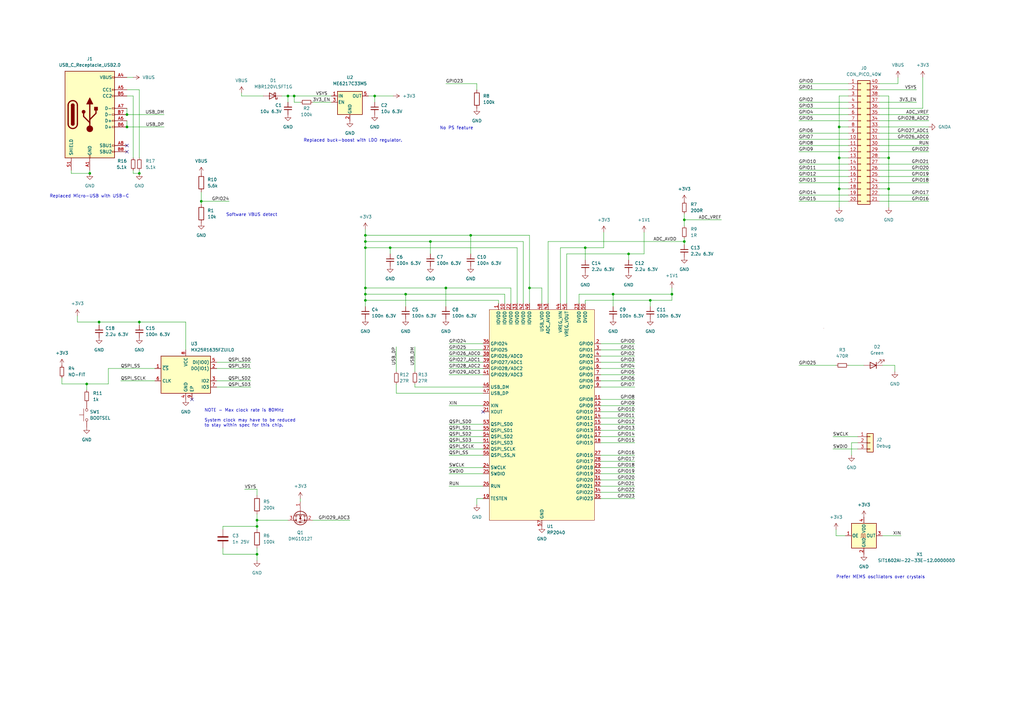
<source format=kicad_sch>
(kicad_sch (version 20211123) (generator eeschema)
  (paper "A3")
  (lib_symbols
    (symbol "Connector:USB_C_Receptacle_USB2.0" (pin_names (offset 1.016))
      (property "Reference" "J" (at -10.16 19.05 0))
      (property "Value" "USB_C_Receptacle_USB2.0" (at 19.05 19.05 0))
      (symbol "USB_C_Receptacle_USB2.0_1_1"
        (pin passive line (at 0 -22.86 90) (length 5.08) (name "GND") (number "A1"))
        (pin passive line (at 0 -22.86 90) (length 5.08) hide (name "GND") (number "A12"))
        (pin passive line (at 15.24 15.24 180) (length 5.08) (name "VBUS") (number "A4"))
        (pin bidirectional line (at 15.24 10.16 180) (length 5.08) (name "CC1") (number "A5"))
        (pin bidirectional line (at 15.24 -2.54 180) (length 5.08) (name "D+") (number "A6"))
        (pin bidirectional line (at 15.24 2.54 180) (length 5.08) (name "D-") (number "A7"))
        (pin bidirectional line (at 15.24 -12.7 180) (length 5.08) (name "SBU1") (number "A8"))
        (pin passive line (at 15.24 15.24 180) (length 5.08) hide (name "VBUS") (number "A9"))
        (pin passive line (at 0 -22.86 90) (length 5.08) hide (name "GND") (number "B1"))
        (pin passive line (at 0 -22.86 90) (length 5.08) hide (name "GND") (number "B12"))
        (pin passive line (at 15.24 15.24 180) (length 5.08) hide (name "VBUS") (number "B4"))
        (pin bidirectional line (at 15.24 7.62 180) (length 5.08) (name "CC2") (number "B5"))
        (pin bidirectional line (at 15.24 -5.08 180) (length 5.08) (name "D+") (number "B6"))
        (pin bidirectional line (at 15.24 0 180) (length 5.08) (name "D-") (number "B7"))
        (pin bidirectional line (at 15.24 -15.24 180) (length 5.08) (name "SBU2") (number "B8"))
        (pin passive line (at 15.24 15.24 180) (length 5.08) hide (name "VBUS") (number "B9"))
        (pin passive line (at -7.62 -22.86 90) (length 5.08) (name "SHIELD") (number "S1"))
      )
    )
    (symbol "Connector_Generic:Conn_01x03" (pin_names (offset 1.016) hide)
      (property "Reference" "J" (at 0 5.08 0))
      (property "Value" "Conn_01x03" (at 0 -5.08 0))
      (symbol "Conn_01x03_1_1"
        (pin passive line (at -5.08 2.54 0) (length 3.81) (name "Pin_1") (number "1"))
        (pin passive line (at -5.08 0 0) (length 3.81) (name "Pin_2") (number "2"))
        (pin passive line (at -5.08 -2.54 0) (length 3.81) (name "Pin_3") (number "3"))
      )
    )
    (symbol "Connector_Generic:Conn_02x20_Counter_Clockwise" (pin_names (offset 1.016) hide)
      (property "Reference" "J" (at 1.27 25.4 0))
      (property "Value" "Conn_02x20_Counter_Clockwise" (at 1.27 -27.94 0))
      (symbol "Conn_02x20_Counter_Clockwise_1_1"
        (pin passive line (at -5.08 22.86 0) (length 3.81) (name "Pin_1") (number "1"))
        (pin passive line (at -5.08 0 0) (length 3.81) (name "Pin_10") (number "10"))
        (pin passive line (at -5.08 -2.54 0) (length 3.81) (name "Pin_11") (number "11"))
        (pin passive line (at -5.08 -5.08 0) (length 3.81) (name "Pin_12") (number "12"))
        (pin passive line (at -5.08 -7.62 0) (length 3.81) (name "Pin_13") (number "13"))
        (pin passive line (at -5.08 -10.16 0) (length 3.81) (name "Pin_14") (number "14"))
        (pin passive line (at -5.08 -12.7 0) (length 3.81) (name "Pin_15") (number "15"))
        (pin passive line (at -5.08 -15.24 0) (length 3.81) (name "Pin_16") (number "16"))
        (pin passive line (at -5.08 -17.78 0) (length 3.81) (name "Pin_17") (number "17"))
        (pin passive line (at -5.08 -20.32 0) (length 3.81) (name "Pin_18") (number "18"))
        (pin passive line (at -5.08 -22.86 0) (length 3.81) (name "Pin_19") (number "19"))
        (pin passive line (at -5.08 20.32 0) (length 3.81) (name "Pin_2") (number "2"))
        (pin passive line (at -5.08 -25.4 0) (length 3.81) (name "Pin_20") (number "20"))
        (pin passive line (at 7.62 -25.4 180) (length 3.81) (name "Pin_21") (number "21"))
        (pin passive line (at 7.62 -22.86 180) (length 3.81) (name "Pin_22") (number "22"))
        (pin passive line (at 7.62 -20.32 180) (length 3.81) (name "Pin_23") (number "23"))
        (pin passive line (at 7.62 -17.78 180) (length 3.81) (name "Pin_24") (number "24"))
        (pin passive line (at 7.62 -15.24 180) (length 3.81) (name "Pin_25") (number "25"))
        (pin passive line (at 7.62 -12.7 180) (length 3.81) (name "Pin_26") (number "26"))
        (pin passive line (at 7.62 -10.16 180) (length 3.81) (name "Pin_27") (number "27"))
        (pin passive line (at 7.62 -7.62 180) (length 3.81) (name "Pin_28") (number "28"))
        (pin passive line (at 7.62 -5.08 180) (length 3.81) (name "Pin_29") (number "29"))
        (pin passive line (at -5.08 17.78 0) (length 3.81) (name "Pin_3") (number "3"))
        (pin passive line (at 7.62 -2.54 180) (length 3.81) (name "Pin_30") (number "30"))
        (pin passive line (at 7.62 0 180) (length 3.81) (name "Pin_31") (number "31"))
        (pin passive line (at 7.62 2.54 180) (length 3.81) (name "Pin_32") (number "32"))
        (pin passive line (at 7.62 5.08 180) (length 3.81) (name "Pin_33") (number "33"))
        (pin passive line (at 7.62 7.62 180) (length 3.81) (name "Pin_34") (number "34"))
        (pin passive line (at 7.62 10.16 180) (length 3.81) (name "Pin_35") (number "35"))
        (pin passive line (at 7.62 12.7 180) (length 3.81) (name "Pin_36") (number "36"))
        (pin passive line (at 7.62 15.24 180) (length 3.81) (name "Pin_37") (number "37"))
        (pin passive line (at 7.62 17.78 180) (length 3.81) (name "Pin_38") (number "38"))
        (pin passive line (at 7.62 20.32 180) (length 3.81) (name "Pin_39") (number "39"))
        (pin passive line (at -5.08 15.24 0) (length 3.81) (name "Pin_4") (number "4"))
        (pin passive line (at 7.62 22.86 180) (length 3.81) (name "Pin_40") (number "40"))
        (pin passive line (at -5.08 12.7 0) (length 3.81) (name "Pin_5") (number "5"))
        (pin passive line (at -5.08 10.16 0) (length 3.81) (name "Pin_6") (number "6"))
        (pin passive line (at -5.08 7.62 0) (length 3.81) (name "Pin_7") (number "7"))
        (pin passive line (at -5.08 5.08 0) (length 3.81) (name "Pin_8") (number "8"))
        (pin passive line (at -5.08 2.54 0) (length 3.81) (name "Pin_9") (number "9"))
      )
    )
    (symbol "Device:C" (pin_numbers hide) (pin_names (offset 0.254))
      (property "Reference" "C" (at 0.635 2.54 0))
      (property "Value" "C" (at 0.635 -2.54 0))
      (symbol "C_1_1"
        (pin passive line (at 0 3.81 270) (length 2.794) (name "~") (number "1"))
        (pin passive line (at 0 -3.81 90) (length 2.794) (name "~") (number "2"))
      )
    )
    (symbol "Device:C_Small" (pin_numbers hide) (pin_names (offset 0.254) hide)
      (property "Reference" "C" (at 0.254 1.778 0))
      (property "Value" "C_Small" (at 0.254 -2.032 0))
      (symbol "C_Small_1_1"
        (pin passive line (at 0 2.54 270) (length 2.032) (name "~") (number "1"))
        (pin passive line (at 0 -2.54 90) (length 2.032) (name "~") (number "2"))
      )
    )
    (symbol "Device:D_Schottky" (pin_numbers hide) (pin_names (offset 1.016) hide)
      (property "Reference" "D" (at 0 2.54 0))
      (property "Value" "D_Schottky" (at 0 -2.54 0))
      (symbol "D_Schottky_1_1"
        (pin passive line (at -3.81 0 0) (length 2.54) (name "K") (number "1"))
        (pin passive line (at 3.81 0 180) (length 2.54) (name "A") (number "2"))
      )
    )
    (symbol "Device:LED" (pin_numbers hide) (pin_names (offset 1.016) hide)
      (property "Reference" "D" (at 0 2.54 0))
      (property "Value" "LED" (at 0 -2.54 0))
      (symbol "LED_1_1"
        (pin passive line (at -3.81 0 0) (length 2.54) (name "K") (number "1"))
        (pin passive line (at 3.81 0 180) (length 2.54) (name "A") (number "2"))
      )
    )
    (symbol "Device:Q_NMOS_GSD" (pin_names (offset 0) hide)
      (property "Reference" "Q" (at 5.08 1.27 0))
      (property "Value" "Q_NMOS_GSD" (at 5.08 -1.27 0))
      (symbol "Q_NMOS_GSD_1_1"
        (pin input line (at -5.08 0 0) (length 2.54) (name "G") (number "1"))
        (pin passive line (at 2.54 -5.08 90) (length 2.54) (name "S") (number "2"))
        (pin passive line (at 2.54 5.08 270) (length 2.54) (name "D") (number "3"))
      )
    )
    (symbol "Device:R" (pin_numbers hide) (pin_names (offset 0))
      (property "Reference" "R" (at 2.032 0 90))
      (property "Value" "R" (at 0 0 90))
      (symbol "R_1_1"
        (pin passive line (at 0 3.81 270) (length 1.27) (name "~") (number "1"))
        (pin passive line (at 0 -3.81 90) (length 1.27) (name "~") (number "2"))
      )
    )
    (symbol "Device:R_Small" (pin_numbers hide) (pin_names (offset 0.254) hide)
      (property "Reference" "R" (at 0.762 0.508 0))
      (property "Value" "R_Small" (at 0.762 -1.016 0))
      (symbol "R_Small_1_1"
        (pin passive line (at 0 2.54 270) (length 0.762) (name "~") (number "1"))
        (pin passive line (at 0 -2.54 90) (length 0.762) (name "~") (number "2"))
      )
    )
    (symbol "Memory_Flash:W25Q32JVZP"
      (property "Reference" "U" (at -8.89 8.89 0))
      (property "Value" "W25Q32JVZP" (at 7.62 8.89 0))
      (symbol "W25Q32JVZP_1_1"
        (pin input line (at -12.7 2.54 0) (length 2.54) (name "~{CS}") (number "1"))
        (pin bidirectional line (at 12.7 2.54 180) (length 2.54) (name "DO(IO1)") (number "2"))
        (pin bidirectional line (at 12.7 -2.54 180) (length 2.54) (name "IO2") (number "3"))
        (pin power_in line (at 0 -10.16 90) (length 2.54) (name "GND") (number "4"))
        (pin bidirectional line (at 12.7 5.08 180) (length 2.54) (name "DI(IO0)") (number "5"))
        (pin input line (at -12.7 -2.54 0) (length 2.54) (name "CLK") (number "6"))
        (pin bidirectional line (at 12.7 -5.08 180) (length 2.54) (name "IO3") (number "7"))
        (pin power_in line (at 0 10.16 270) (length 2.54) (name "VCC") (number "8"))
        (pin passive line (at 2.54 -10.16 90) (length 2.54) (name "EP") (number "9"))
      )
    )
    (symbol "Switch:SW_Push" (pin_numbers hide) (pin_names (offset 1.016) hide)
      (property "Reference" "SW" (at 1.27 2.54 0))
      (property "Value" "SW_Push" (at 0 -1.524 0))
      (symbol "SW_Push_0_1"
        (pin passive line (at -5.08 0 0) (length 2.54) (name "1") (number "1"))
        (pin passive line (at 5.08 0 180) (length 2.54) (name "2") (number "2"))
      )
    )
    (symbol "agausmann:ME6217C33M5" (pin_names (offset 0.254))
      (property "Reference" "U" (at -3.81 5.715 0))
      (property "Value" "ME6217C33M5" (at 0 5.715 0))
      (symbol "ME6217C33M5_1_1"
        (pin power_in line (at -7.62 2.54 0) (length 2.54) (name "IN") (number "1"))
        (pin power_in line (at 0 -7.62 90) (length 2.54) (name "GND") (number "2"))
        (pin input line (at -7.62 0 0) (length 2.54) (name "EN") (number "3"))
        (pin no_connect line (at 5.08 0 180) (length 2.54) hide (name "NC") (number "4"))
        (pin power_out line (at 7.62 2.54 180) (length 2.54) (name "OUT") (number "5"))
      )
    )
    (symbol "agausmann:RP2040"
      (property "Reference" "U" (at -29.21 39.37 0))
      (property "Value" "RP2040" (at -29.21 36.83 0))
      (symbol "RP2040_1_1"
        (pin power_in line (at -17.78 45.72 270) (length 2.54) (name "IOVDD") (number "1"))
        (pin power_in line (at -15.24 45.72 270) (length 2.54) (name "IOVDD") (number "10"))
        (pin passive line (at 24.13 6.35 180) (length 2.54) (name "GPIO8") (number "11"))
        (pin passive line (at 24.13 3.81 180) (length 2.54) (name "GPIO9") (number "12"))
        (pin passive line (at 24.13 1.27 180) (length 2.54) (name "GPIO10") (number "13"))
        (pin passive line (at 24.13 -1.27 180) (length 2.54) (name "GPIO11") (number "14"))
        (pin passive line (at 24.13 -3.81 180) (length 2.54) (name "GPIO12") (number "15"))
        (pin passive line (at 24.13 -6.35 180) (length 2.54) (name "GPIO13") (number "16"))
        (pin passive line (at 24.13 -8.89 180) (length 2.54) (name "GPIO14") (number "17"))
        (pin passive line (at 24.13 -11.43 180) (length 2.54) (name "GPIO15") (number "18"))
        (pin passive line (at -24.13 -34.29 0) (length 2.54) (name "TESTEN") (number "19"))
        (pin passive line (at 24.13 29.21 180) (length 2.54) (name "GPIO0") (number "2"))
        (pin passive line (at -24.13 3.81 0) (length 2.54) (name "XIN") (number "20"))
        (pin passive line (at -24.13 1.27 0) (length 2.54) (name "XOUT") (number "21"))
        (pin power_in line (at -12.7 45.72 270) (length 2.54) (name "IOVDD") (number "22"))
        (pin power_in line (at 15.24 45.72 270) (length 2.54) (name "DVDD") (number "23"))
        (pin passive line (at -24.13 -21.59 0) (length 2.54) (name "SWCLK") (number "24"))
        (pin passive line (at -24.13 -24.13 0) (length 2.54) (name "SWDIO") (number "25"))
        (pin passive line (at -24.13 -29.21 0) (length 2.54) (name "RUN") (number "26"))
        (pin passive line (at 24.13 -16.51 180) (length 2.54) (name "GPIO16") (number "27"))
        (pin passive line (at 24.13 -19.05 180) (length 2.54) (name "GPIO17") (number "28"))
        (pin passive line (at 24.13 -21.59 180) (length 2.54) (name "GPIO18") (number "29"))
        (pin passive line (at 24.13 26.67 180) (length 2.54) (name "GPIO1") (number "3"))
        (pin passive line (at 24.13 -24.13 180) (length 2.54) (name "GPIO19") (number "30"))
        (pin passive line (at 24.13 -26.67 180) (length 2.54) (name "GPIO20") (number "31"))
        (pin passive line (at 24.13 -29.21 180) (length 2.54) (name "GPIO21") (number "32"))
        (pin passive line (at -10.16 45.72 270) (length 2.54) (name "IOVDD") (number "33"))
        (pin passive line (at 24.13 -31.75 180) (length 2.54) (name "GPIO22") (number "34"))
        (pin passive line (at 24.13 -34.29 180) (length 2.54) (name "GPIO23") (number "35"))
        (pin passive line (at -24.13 29.21 0) (length 2.54) (name "GPIO24") (number "36"))
        (pin passive line (at -24.13 26.67 0) (length 2.54) (name "GPIO25") (number "37"))
        (pin passive line (at -24.13 24.13 0) (length 2.54) (name "GPIO26/ADC0") (number "38"))
        (pin passive line (at -24.13 21.59 0) (length 2.54) (name "GPIO27/ADC1") (number "39"))
        (pin passive line (at 24.13 24.13 180) (length 2.54) (name "GPIO2") (number "4"))
        (pin passive line (at -24.13 19.05 0) (length 2.54) (name "GPIO28/ADC2") (number "40"))
        (pin passive line (at -24.13 16.51 0) (length 2.54) (name "GPIO29/ADC3") (number "41"))
        (pin power_in line (at -7.62 45.72 270) (length 2.54) (name "IOVDD") (number "42"))
        (pin power_in line (at 2.54 45.72 270) (length 2.54) (name "ADC_AVDD") (number "43"))
        (pin power_in line (at 7.62 45.72 270) (length 2.54) (name "VREG_VIN") (number "44"))
        (pin power_out line (at 10.16 45.72 270) (length 2.54) (name "VREG_VOUT") (number "45"))
        (pin passive line (at -24.13 11.43 0) (length 2.54) (name "USB_DM") (number "46"))
        (pin passive line (at -24.13 8.89 0) (length 2.54) (name "USB_DP") (number "47"))
        (pin power_in line (at 0 45.72 270) (length 2.54) (name "USB_VDD") (number "48"))
        (pin power_in line (at -5.08 45.72 270) (length 2.54) (name "IOVDD") (number "49"))
        (pin passive line (at 24.13 21.59 180) (length 2.54) (name "GPIO3") (number "5"))
        (pin power_in line (at 17.78 45.72 270) (length 2.54) (name "DVDD") (number "50"))
        (pin passive line (at -24.13 -11.43 0) (length 2.54) (name "QSPI_SD3") (number "51"))
        (pin passive line (at -24.13 -13.97 0) (length 2.54) (name "QSPI_SCLK") (number "52"))
        (pin passive line (at -24.13 -3.81 0) (length 2.54) (name "QSPI_SD0") (number "53"))
        (pin passive line (at -24.13 -8.89 0) (length 2.54) (name "QSPI_SD2") (number "54"))
        (pin passive line (at -24.13 -6.35 0) (length 2.54) (name "QSPI_SD1") (number "55"))
        (pin passive line (at -24.13 -16.51 0) (length 2.54) (name "QSPI_SS_N") (number "56"))
        (pin power_in line (at 0 -45.72 90) (length 2.54) (name "GND") (number "57"))
        (pin passive line (at 24.13 19.05 180) (length 2.54) (name "GPIO4") (number "6"))
        (pin passive line (at 24.13 16.51 180) (length 2.54) (name "GPIO5") (number "7"))
        (pin passive line (at 24.13 13.97 180) (length 2.54) (name "GPIO6") (number "8"))
        (pin passive line (at 24.13 11.43 180) (length 2.54) (name "GPIO7") (number "9"))
      )
    )
    (symbol "agausmann:SIT1602" (pin_names (offset 0.254))
      (property "Reference" "X" (at -5.08 6.35 0))
      (property "Value" "SIT1602" (at 1.27 -6.35 0))
      (symbol "SIT1602_1_1"
        (pin input line (at -7.62 0 0) (length 2.54) (name "OE") (number "1"))
        (pin power_in line (at 0 -7.62 90) (length 2.54) (name "GND") (number "2"))
        (pin output line (at 7.62 0 180) (length 2.54) (name "OUT") (number "3"))
        (pin power_in line (at 0 7.62 270) (length 2.54) (name "VDD") (number "4"))
      )
    )
    (symbol "power:+1V1" (power) (pin_names (offset 0))
      (property "Value" "+1V1" (at 0 3.556 0))
      (symbol "+1V1_1_1"
        (pin power_in line (at 0 0 90) (length 0) hide (name "+1V1") (number "1"))
      )
    )
    (symbol "power:+3V3" (power) (pin_names (offset 0))
      (property "Value" "+3V3" (at 0 3.556 0))
      (symbol "+3V3_1_1"
        (pin power_in line (at 0 0 90) (length 0) hide (name "+3V3") (number "1"))
      )
    )
    (symbol "power:GND" (power) (pin_names (offset 0))
      (property "Value" "GND" (at 0 -3.81 0))
      (symbol "GND_1_1"
        (pin power_in line (at 0 0 270) (length 0) hide (name "GND") (number "1"))
      )
    )
    (symbol "power:GNDA" (power) (pin_names (offset 0))
      (property "Value" "GNDA" (at 0 -3.81 0))
      (symbol "GNDA_1_1"
        (pin power_in line (at 0 0 270) (length 0) hide (name "GNDA") (number "1"))
      )
    )
    (symbol "power:VBUS" (power) (pin_names (offset 0))
      (property "Value" "VBUS" (at 0 3.81 0))
      (symbol "VBUS_1_1"
        (pin power_in line (at 0 0 90) (length 0) hide (name "VBUS") (number "1"))
      )
    )
  )
  (junction (at 118.11 39.37))
  (junction (at 266.7 123.19))
  (junction (at 176.53 99.06))
  (junction (at 217.17 118.11))
  (junction (at 149.86 120.65))
  (junction (at 160.02 101.6))
  (junction (at 82.55 82.55))
  (junction (at 364.49 64.77))
  (junction (at 193.04 96.52))
  (junction (at 105.41 227.33))
  (junction (at 52.07 52.07))
  (junction (at 149.86 118.11))
  (junction (at 105.41 215.9))
  (junction (at 251.46 120.65))
  (junction (at 166.37 120.65))
  (junction (at 182.88 118.11))
  (junction (at 153.67 39.37))
  (junction (at 120.65 39.37))
  (junction (at 105.41 213.36))
  (junction (at 40.64 132.08))
  (junction (at 344.17 77.47))
  (junction (at 149.86 123.19))
  (junction (at 364.49 77.47))
  (junction (at 36.83 71.12))
  (junction (at 275.59 120.65))
  (junction (at 52.07 46.99))
  (junction (at 35.56 157.48))
  (junction (at 149.86 96.52))
  (junction (at 149.86 99.06))
  (junction (at 344.17 52.07))
  (junction (at 57.15 71.12))
  (junction (at 344.17 64.77))
  (junction (at 57.15 132.08))
  (junction (at 280.67 90.17))
  (junction (at 149.86 101.6))
  (junction (at 240.03 101.6))
  (junction (at 257.81 104.14))
  (junction (at 280.67 99.06))
  (no_connect (at 198.12 168.91))
  (no_connect (at 78.74 163.83))
  (no_connect (at 52.07 59.69))
  (no_connect (at 52.07 62.23))
  (wire (pts (xy 149.86 123.19) (xy 149.86 120.65)))
  (wire (pts (xy 198.12 204.47) (xy 195.58 204.47)))
  (wire (pts (xy 360.68 69.85) (xy 381 69.85)))
  (wire (pts (xy 327.66 59.69) (xy 347.98 59.69)))
  (wire (pts (xy 49.53 156.21) (xy 63.5 156.21)))
  (wire (pts (xy 184.15 173.99) (xy 198.12 173.99)))
  (wire (pts (xy 246.38 143.51) (xy 260.35 143.51)))
  (wire (pts (xy 246.38 186.69) (xy 260.35 186.69)))
  (wire (pts (xy 76.2 132.08) (xy 76.2 143.51)))
  (wire (pts (xy 25.4 157.48) (xy 35.56 157.48)))
  (wire (pts (xy 35.56 157.48) (xy 35.56 160.02)))
  (wire (pts (xy 31.75 132.08) (xy 40.64 132.08)))
  (wire (pts (xy 170.18 142.24) (xy 170.18 152.4)))
  (wire (pts (xy 327.66 72.39) (xy 347.98 72.39)))
  (wire (pts (xy 184.15 179.07) (xy 198.12 179.07)))
  (wire (pts (xy 149.86 101.6) (xy 149.86 99.06)))
  (wire (pts (xy 44.45 157.48) (xy 35.56 157.48)))
  (wire (pts (xy 123.19 204.47) (xy 123.19 205.74)))
  (wire (pts (xy 240.03 101.6) (xy 240.03 106.68)))
  (wire (pts (xy 275.59 120.65) (xy 275.59 123.19)))
  (wire (pts (xy 327.66 41.91) (xy 347.98 41.91)))
  (wire (pts (xy 149.86 120.65) (xy 166.37 120.65)))
  (wire (pts (xy 347.98 39.37) (xy 344.17 39.37)))
  (wire (pts (xy 105.41 217.17) (xy 105.41 215.9)))
  (wire (pts (xy 229.87 101.6) (xy 240.03 101.6)))
  (wire (pts (xy 327.66 67.31) (xy 347.98 67.31)))
  (wire (pts (xy 327.66 82.55) (xy 347.98 82.55)))
  (wire (pts (xy 280.67 90.17) (xy 295.91 90.17)))
  (wire (pts (xy 344.17 64.77) (xy 344.17 77.47)))
  (wire (pts (xy 327.66 44.45) (xy 347.98 44.45)))
  (wire (pts (xy 368.3 34.29) (xy 368.3 31.75)))
  (wire (pts (xy 184.15 146.05) (xy 198.12 146.05)))
  (wire (pts (xy 176.53 99.06) (xy 214.63 99.06)))
  (wire (pts (xy 52.07 44.45) (xy 52.07 46.99)))
  (wire (pts (xy 327.66 80.01) (xy 347.98 80.01)))
  (wire (pts (xy 214.63 99.06) (xy 214.63 124.46)))
  (wire (pts (xy 88.9 156.21) (xy 102.87 156.21)))
  (wire (pts (xy 149.86 120.65) (xy 149.86 118.11)))
  (wire (pts (xy 246.38 173.99) (xy 260.35 173.99)))
  (wire (pts (xy 44.45 151.13) (xy 44.45 157.48)))
  (wire (pts (xy 364.49 64.77) (xy 364.49 77.47)))
  (wire (pts (xy 57.15 36.83) (xy 57.15 64.77)))
  (wire (pts (xy 229.87 101.6) (xy 229.87 124.46)))
  (wire (pts (xy 280.67 99.06) (xy 280.67 100.33)))
  (wire (pts (xy 360.68 67.31) (xy 381 67.31)))
  (wire (pts (xy 52.07 49.53) (xy 52.07 52.07)))
  (wire (pts (xy 246.38 179.07) (xy 260.35 179.07)))
  (wire (pts (xy 360.68 34.29) (xy 368.3 34.29)))
  (wire (pts (xy 344.17 39.37) (xy 344.17 52.07)))
  (wire (pts (xy 105.41 224.79) (xy 105.41 227.33)))
  (wire (pts (xy 266.7 123.19) (xy 275.59 123.19)))
  (wire (pts (xy 364.49 39.37) (xy 364.49 64.77)))
  (wire (pts (xy 378.46 44.45) (xy 378.46 31.75)))
  (wire (pts (xy 91.44 224.79) (xy 91.44 227.33)))
  (wire (pts (xy 184.15 186.69) (xy 198.12 186.69)))
  (wire (pts (xy 275.59 118.11) (xy 275.59 120.65)))
  (wire (pts (xy 184.15 153.67) (xy 198.12 153.67)))
  (wire (pts (xy 360.68 57.15) (xy 381 57.15)))
  (wire (pts (xy 52.07 46.99) (xy 67.31 46.99)))
  (wire (pts (xy 40.64 132.08) (xy 57.15 132.08)))
  (wire (pts (xy 118.11 39.37) (xy 118.11 41.91)))
  (wire (pts (xy 36.83 69.85) (xy 36.83 71.12)))
  (wire (pts (xy 91.44 227.33) (xy 105.41 227.33)))
  (wire (pts (xy 264.16 95.25) (xy 264.16 104.14)))
  (wire (pts (xy 153.67 39.37) (xy 161.29 39.37)))
  (wire (pts (xy 246.38 191.77) (xy 260.35 191.77)))
  (wire (pts (xy 118.11 39.37) (xy 120.65 39.37)))
  (wire (pts (xy 40.64 132.08) (xy 40.64 133.35)))
  (wire (pts (xy 257.81 104.14) (xy 264.16 104.14)))
  (wire (pts (xy 105.41 227.33) (xy 105.41 229.87)))
  (wire (pts (xy 360.68 64.77) (xy 364.49 64.77)))
  (wire (pts (xy 184.15 191.77) (xy 198.12 191.77)))
  (wire (pts (xy 240.03 124.46) (xy 240.03 123.19)))
  (wire (pts (xy 360.68 80.01) (xy 381 80.01)))
  (wire (pts (xy 82.55 82.55) (xy 93.98 82.55)))
  (wire (pts (xy 184.15 199.39) (xy 198.12 199.39)))
  (wire (pts (xy 184.15 148.59) (xy 198.12 148.59)))
  (wire (pts (xy 327.66 149.86) (xy 342.9 149.86)))
  (wire (pts (xy 52.07 31.75) (xy 54.61 31.75)))
  (wire (pts (xy 240.03 101.6) (xy 247.65 101.6)))
  (wire (pts (xy 128.27 213.36) (xy 143.51 213.36)))
  (wire (pts (xy 166.37 120.65) (xy 207.01 120.65)))
  (wire (pts (xy 82.55 82.55) (xy 82.55 83.82)))
  (wire (pts (xy 212.09 101.6) (xy 212.09 124.46)))
  (wire (pts (xy 149.86 118.11) (xy 149.86 101.6)))
  (wire (pts (xy 99.06 38.1) (xy 99.06 39.37)))
  (wire (pts (xy 44.45 151.13) (xy 63.5 151.13)))
  (wire (pts (xy 195.58 204.47) (xy 195.58 207.01)))
  (wire (pts (xy 246.38 151.13) (xy 260.35 151.13)))
  (wire (pts (xy 222.25 118.11) (xy 217.17 118.11)))
  (wire (pts (xy 246.38 181.61) (xy 260.35 181.61)))
  (wire (pts (xy 251.46 120.65) (xy 251.46 125.73)))
  (wire (pts (xy 246.38 168.91) (xy 260.35 168.91)))
  (wire (pts (xy 193.04 96.52) (xy 217.17 96.52)))
  (wire (pts (xy 162.56 161.29) (xy 198.12 161.29)))
  (wire (pts (xy 360.68 44.45) (xy 378.46 44.45)))
  (wire (pts (xy 29.21 71.12) (xy 36.83 71.12)))
  (wire (pts (xy 342.9 219.71) (xy 346.71 219.71)))
  (wire (pts (xy 153.67 39.37) (xy 153.67 41.91)))
  (wire (pts (xy 246.38 166.37) (xy 260.35 166.37)))
  (wire (pts (xy 91.44 215.9) (xy 91.44 217.17)))
  (wire (pts (xy 162.56 142.24) (xy 162.56 152.4)))
  (wire (pts (xy 184.15 181.61) (xy 198.12 181.61)))
  (wire (pts (xy 82.55 78.74) (xy 82.55 82.55)))
  (wire (pts (xy 246.38 156.21) (xy 260.35 156.21)))
  (wire (pts (xy 149.86 123.19) (xy 204.47 123.19)))
  (wire (pts (xy 251.46 120.65) (xy 275.59 120.65)))
  (wire (pts (xy 360.68 41.91) (xy 375.92 41.91)))
  (wire (pts (xy 100.33 200.66) (xy 105.41 200.66)))
  (wire (pts (xy 162.56 161.29) (xy 162.56 157.48)))
  (wire (pts (xy 149.86 118.11) (xy 182.88 118.11)))
  (wire (pts (xy 246.38 140.97) (xy 260.35 140.97)))
  (wire (pts (xy 88.9 158.75) (xy 102.87 158.75)))
  (wire (pts (xy 361.95 149.86) (xy 367.03 149.86)))
  (wire (pts (xy 209.55 118.11) (xy 209.55 124.46)))
  (wire (pts (xy 246.38 163.83) (xy 260.35 163.83)))
  (wire (pts (xy 149.86 96.52) (xy 193.04 96.52)))
  (wire (pts (xy 52.07 36.83) (xy 57.15 36.83)))
  (wire (pts (xy 184.15 140.97) (xy 198.12 140.97)))
  (wire (pts (xy 280.67 97.79) (xy 280.67 99.06)))
  (wire (pts (xy 327.66 57.15) (xy 347.98 57.15)))
  (wire (pts (xy 149.86 99.06) (xy 149.86 96.52)))
  (wire (pts (xy 240.03 123.19) (xy 266.7 123.19)))
  (wire (pts (xy 52.07 52.07) (xy 67.31 52.07)))
  (wire (pts (xy 57.15 69.85) (xy 57.15 71.12)))
  (wire (pts (xy 344.17 77.47) (xy 347.98 77.47)))
  (wire (pts (xy 361.95 219.71) (xy 369.57 219.71)))
  (wire (pts (xy 367.03 149.86) (xy 367.03 152.4)))
  (wire (pts (xy 184.15 184.15) (xy 198.12 184.15)))
  (wire (pts (xy 54.61 69.85) (xy 54.61 71.12)))
  (wire (pts (xy 105.41 213.36) (xy 118.11 213.36)))
  (wire (pts (xy 54.61 39.37) (xy 54.61 64.77)))
  (wire (pts (xy 99.06 39.37) (xy 107.95 39.37)))
  (wire (pts (xy 25.4 157.48) (xy 25.4 154.94)))
  (wire (pts (xy 344.17 77.47) (xy 344.17 85.09)))
  (wire (pts (xy 246.38 194.31) (xy 260.35 194.31)))
  (wire (pts (xy 344.17 64.77) (xy 347.98 64.77)))
  (wire (pts (xy 29.21 69.85) (xy 29.21 71.12)))
  (wire (pts (xy 160.02 101.6) (xy 212.09 101.6)))
  (wire (pts (xy 182.88 118.11) (xy 182.88 125.73)))
  (wire (pts (xy 217.17 118.11) (xy 217.17 124.46)))
  (wire (pts (xy 57.15 132.08) (xy 57.15 133.35)))
  (wire (pts (xy 184.15 194.31) (xy 198.12 194.31)))
  (wire (pts (xy 232.41 104.14) (xy 232.41 124.46)))
  (wire (pts (xy 327.66 74.93) (xy 347.98 74.93)))
  (wire (pts (xy 160.02 101.6) (xy 160.02 104.14)))
  (wire (pts (xy 166.37 120.65) (xy 166.37 125.73)))
  (wire (pts (xy 344.17 52.07) (xy 347.98 52.07)))
  (wire (pts (xy 115.57 39.37) (xy 118.11 39.37)))
  (wire (pts (xy 341.63 184.15) (xy 351.79 184.15)))
  (wire (pts (xy 360.68 72.39) (xy 381 72.39)))
  (wire (pts (xy 247.65 95.25) (xy 247.65 101.6)))
  (wire (pts (xy 327.66 46.99) (xy 347.98 46.99)))
  (wire (pts (xy 88.9 148.59) (xy 102.87 148.59)))
  (wire (pts (xy 327.66 49.53) (xy 347.98 49.53)))
  (wire (pts (xy 105.41 200.66) (xy 105.41 203.2)))
  (wire (pts (xy 344.17 52.07) (xy 344.17 64.77)))
  (wire (pts (xy 246.38 176.53) (xy 260.35 176.53)))
  (wire (pts (xy 151.13 39.37) (xy 153.67 39.37)))
  (wire (pts (xy 170.18 157.48) (xy 170.18 158.75)))
  (wire (pts (xy 360.68 74.93) (xy 381 74.93)))
  (wire (pts (xy 360.68 36.83) (xy 375.92 36.83)))
  (wire (pts (xy 246.38 204.47) (xy 260.35 204.47)))
  (wire (pts (xy 105.41 210.82) (xy 105.41 213.36)))
  (wire (pts (xy 170.18 158.75) (xy 198.12 158.75)))
  (wire (pts (xy 204.47 124.46) (xy 204.47 123.19)))
  (wire (pts (xy 182.88 118.11) (xy 209.55 118.11)))
  (wire (pts (xy 246.38 199.39) (xy 260.35 199.39)))
  (wire (pts (xy 237.49 124.46) (xy 237.49 120.65)))
  (wire (pts (xy 217.17 96.52) (xy 217.17 118.11)))
  (wire (pts (xy 182.88 34.29) (xy 195.58 34.29)))
  (wire (pts (xy 360.68 62.23) (xy 381 62.23)))
  (wire (pts (xy 360.68 82.55) (xy 381 82.55)))
  (wire (pts (xy 246.38 201.93) (xy 260.35 201.93)))
  (wire (pts (xy 31.75 129.54) (xy 31.75 132.08)))
  (wire (pts (xy 246.38 171.45) (xy 260.35 171.45)))
  (wire (pts (xy 105.41 215.9) (xy 105.41 213.36)))
  (wire (pts (xy 224.79 99.06) (xy 224.79 124.46)))
  (wire (pts (xy 364.49 77.47) (xy 364.49 85.09)))
  (wire (pts (xy 195.58 36.83) (xy 195.58 34.29)))
  (wire (pts (xy 360.68 77.47) (xy 364.49 77.47)))
  (wire (pts (xy 149.86 93.98) (xy 149.86 96.52)))
  (wire (pts (xy 193.04 96.52) (xy 193.04 104.14)))
  (wire (pts (xy 120.65 39.37) (xy 135.89 39.37)))
  (wire (pts (xy 184.15 143.51) (xy 198.12 143.51)))
  (wire (pts (xy 327.66 34.29) (xy 347.98 34.29)))
  (wire (pts (xy 246.38 158.75) (xy 260.35 158.75)))
  (wire (pts (xy 237.49 120.65) (xy 251.46 120.65)))
  (wire (pts (xy 246.38 148.59) (xy 260.35 148.59)))
  (wire (pts (xy 327.66 69.85) (xy 347.98 69.85)))
  (wire (pts (xy 232.41 104.14) (xy 257.81 104.14)))
  (wire (pts (xy 184.15 166.37) (xy 198.12 166.37)))
  (wire (pts (xy 128.27 41.91) (xy 135.89 41.91)))
  (wire (pts (xy 246.38 196.85) (xy 260.35 196.85)))
  (wire (pts (xy 257.81 104.14) (xy 257.81 106.68)))
  (wire (pts (xy 184.15 176.53) (xy 198.12 176.53)))
  (wire (pts (xy 105.41 215.9) (xy 91.44 215.9)))
  (wire (pts (xy 360.68 54.61) (xy 381 54.61)))
  (wire (pts (xy 280.67 87.63) (xy 280.67 90.17)))
  (wire (pts (xy 360.68 39.37) (xy 364.49 39.37)))
  (wire (pts (xy 88.9 151.13) (xy 102.87 151.13)))
  (wire (pts (xy 349.25 181.61) (xy 349.25 186.69)))
  (wire (pts (xy 52.07 39.37) (xy 54.61 39.37)))
  (wire (pts (xy 327.66 36.83) (xy 347.98 36.83)))
  (wire (pts (xy 120.65 41.91) (xy 120.65 39.37)))
  (wire (pts (xy 280.67 90.17) (xy 280.67 92.71)))
  (wire (pts (xy 360.68 49.53) (xy 381 49.53)))
  (wire (pts (xy 184.15 151.13) (xy 198.12 151.13)))
  (wire (pts (xy 123.19 41.91) (xy 120.65 41.91)))
  (wire (pts (xy 342.9 217.17) (xy 342.9 219.71)))
  (wire (pts (xy 246.38 189.23) (xy 260.35 189.23)))
  (wire (pts (xy 327.66 62.23) (xy 347.98 62.23)))
  (wire (pts (xy 224.79 99.06) (xy 280.67 99.06)))
  (wire (pts (xy 347.98 149.86) (xy 354.33 149.86)))
  (wire (pts (xy 360.68 52.07) (xy 381 52.07)))
  (wire (pts (xy 246.38 153.67) (xy 260.35 153.67)))
  (wire (pts (xy 360.68 46.99) (xy 381 46.99)))
  (wire (pts (xy 207.01 120.65) (xy 207.01 124.46)))
  (wire (pts (xy 149.86 101.6) (xy 160.02 101.6)))
  (wire (pts (xy 57.15 132.08) (xy 76.2 132.08)))
  (wire (pts (xy 54.61 71.12) (xy 57.15 71.12)))
  (wire (pts (xy 341.63 179.07) (xy 351.79 179.07)))
  (wire (pts (xy 246.38 146.05) (xy 260.35 146.05)))
  (wire (pts (xy 176.53 99.06) (xy 176.53 104.14)))
  (wire (pts (xy 327.66 54.61) (xy 347.98 54.61)))
  (wire (pts (xy 360.68 59.69) (xy 381 59.69)))
  (wire (pts (xy 149.86 99.06) (xy 176.53 99.06)))
  (wire (pts (xy 222.25 118.11) (xy 222.25 124.46)))
  (wire (pts (xy 149.86 123.19) (xy 149.86 125.73)))
  (wire (pts (xy 266.7 123.19) (xy 266.7 125.73)))
  (wire (pts (xy 351.79 181.61) (xy 349.25 181.61)))
  (text "Replaced buck-boost with LDO regulator." (at 124.46 58.42 0) (effects (font (size 1.27 1.27)) (justify left bottom)))
  (text "Prefer MEMS oscillators over crystals\n" (at 342.9 237.49 0) (effects (font (size 1.27 1.27)) (justify left bottom)))
  (text "Replaced Micro-USB with USB-C" (at 20.32 81.28 0) (effects (font (size 1.27 1.27)) (justify left bottom)))
  (text "No PS feature" (at 180.34 53.34 0) (effects (font (size 1.27 1.27)) (justify left bottom)))
  (text "Software VBUS detect" (at 92.71 88.9 0) (effects (font (size 1.27 1.27)) (justify left bottom)))
  (text "NOTE - Max clock rate is 80MHz\n\nSystem clock may have to be reduced\nto stay within spec for this chip." (at 83.82 175.26 0) (effects (font (size 1.27 1.27)) (justify left bottom)))
  (label "3V3_EN" (at 375.92 41.91 180))
  (label "GPIO20" (at 381 69.85 180))
  (label "GPIO5" (at 260.35 153.67 180))
  (label "GPIO9" (at 260.35 166.37 180))
  (label "GPIO7" (at 260.35 158.75 180))
  (label "QSPI_SD0" (at 102.87 148.59 180))
  (label "QSPI_SD2" (at 184.15 179.07 0))
  (label "GPIO6" (at 260.35 156.21 180))
  (label "XIN" (at 184.15 166.37 0))
  (label "GPIO26_ADC0" (at 184.15 146.05 0))
  (label "GPIO21" (at 260.35 199.39 180))
  (label "GPIO0" (at 260.35 140.97 180))
  (label "QSPI_SD3" (at 102.87 158.75 180))
  (label "GPIO10" (at 260.35 168.91 180))
  (label "VSYS" (at 100.33 200.66 0))
  (label "GPIO7" (at 327.66 57.15 0))
  (label "ADC_AVDD" (at 267.97 99.06 0))
  (label "GPIO2" (at 260.35 146.05 180))
  (label "QSPI_SD1" (at 184.15 176.53 0))
  (label "GPIO20" (at 260.35 196.85 180))
  (label "GPIO17" (at 381 80.01 180))
  (label "GPIO19" (at 260.35 194.31 180))
  (label "GPIO25" (at 327.66 149.86 0))
  (label "GPIO22" (at 381 62.23 180))
  (label "GPIO4" (at 260.35 151.13 180))
  (label "USB_DM" (at 67.31 46.99 180))
  (label "GPIO21" (at 381 67.31 180))
  (label "USB_DM" (at 170.18 142.24 270))
  (label "SWCLK" (at 341.63 179.07 0))
  (label "GPIO14" (at 327.66 80.01 0))
  (label "GPIO1" (at 260.35 143.51 180))
  (label "GPIO27_ADC1" (at 184.15 148.59 0))
  (label "3V3_EN" (at 128.27 41.91 0))
  (label "RUN" (at 381 59.69 180))
  (label "GPIO29_ADC3" (at 143.51 213.36 180))
  (label "QSPI_SD0" (at 184.15 173.99 0))
  (label "GPIO26_ADC0" (at 381 57.15 180))
  (label "GPIO8" (at 260.35 163.83 180))
  (label "GPIO11" (at 327.66 69.85 0))
  (label "ADC_VREF" (at 381 46.99 180))
  (label "GPIO25" (at 184.15 143.51 0))
  (label "XIN" (at 369.57 219.71 180))
  (label "GPIO10" (at 327.66 67.31 0))
  (label "QSPI_SD3" (at 184.15 181.61 0))
  (label "GPIO23" (at 182.88 34.29 0))
  (label "QSPI_SD1" (at 102.87 151.13 180))
  (label "GPIO15" (at 327.66 82.55 0))
  (label "GPIO14" (at 260.35 179.07 180))
  (label "VSYS" (at 375.92 36.83 180))
  (label "GPIO27_ADC1" (at 381 54.61 180))
  (label "GPIO19" (at 381 72.39 180))
  (label "GPIO24" (at 184.15 140.97 0))
  (label "SWDIO" (at 341.63 184.15 0))
  (label "GPIO28_ADC2" (at 184.15 151.13 0))
  (label "USB_DP" (at 162.56 142.24 270))
  (label "GPIO5" (at 327.66 49.53 0))
  (label "GPIO0" (at 327.66 34.29 0))
  (label "GPIO11" (at 260.35 171.45 180))
  (label "GPIO18" (at 260.35 191.77 180))
  (label "GPIO6" (at 327.66 54.61 0))
  (label "QSPI_SS" (at 184.15 186.69 0))
  (label "GPIO12" (at 327.66 72.39 0))
  (label "GPIO22" (at 260.35 201.93 180))
  (label "GPIO3" (at 327.66 44.45 0))
  (label "GPIO23" (at 260.35 204.47 180))
  (label "USB_DP" (at 67.31 52.07 180))
  (label "GPIO2" (at 327.66 41.91 0))
  (label "GPIO13" (at 327.66 74.93 0))
  (label "VSYS" (at 129.54 39.37 0))
  (label "GPIO29_ADC3" (at 184.15 153.67 0))
  (label "GPIO8" (at 327.66 59.69 0))
  (label "GPIO18" (at 381 74.93 180))
  (label "GPIO12" (at 260.35 173.99 180))
  (label "GPIO16" (at 260.35 186.69 180))
  (label "QSPI_SCLK" (at 49.53 156.21 0))
  (label "ADC_VREF" (at 295.91 90.17 180))
  (label "GPIO15" (at 260.35 181.61 180))
  (label "GPIO9" (at 327.66 62.23 0))
  (label "QSPI_SS" (at 49.53 151.13 0))
  (label "GPIO1" (at 327.66 36.83 0))
  (label "QSPI_SCLK" (at 184.15 184.15 0))
  (label "GPIO17" (at 260.35 189.23 180))
  (label "SWCLK" (at 184.15 191.77 0))
  (label "GPIO3" (at 260.35 148.59 180))
  (label "RUN" (at 184.15 199.39 0))
  (label "GPIO13" (at 260.35 176.53 180))
  (label "GPIO28_ADC2" (at 381 49.53 180))
  (label "GPIO16" (at 381 82.55 180))
  (label "GPIO4" (at 327.66 46.99 0))
  (label "GPIO24" (at 93.98 82.55 180))
  (label "SWDIO" (at 184.15 194.31 0))
  (label "QSPI_SD2" (at 102.87 156.21 180))
  (symbol (lib_id "power:+3V3") (at 280.67 82.55 0) (unit 1)
    (property "Reference" "#PWR0117" (effects hide))
    (property "Value" "+3V3" (at 280.67 77.47 0))
  )
  (symbol (lib_id "power:GND") (at 118.11 46.99 0) (unit 1)
    (property "Reference" "#PWR0124" (effects hide))
    (property "Value" "GND" (at 118.11 52.07 0))
  )
  (symbol (lib_id "Device:R") (at 105.41 220.98 0) (unit 1)
    (property "Reference" "R6" (at 107.95 219.7099 0) (effects (justify left)))
    (property "Value" "100k" (at 107.95 222.2499 0) (effects (justify left)))
    (property "Footprint" "Resistor_SMD:R_0402_1005Metric" (effects hide))
  )
  (symbol (lib_id "Memory_Flash:W25Q32JVZP") (at 76.2 153.67 0) (unit 1)
    (property "Reference" "U3" (at 78.2194 140.97 0) (effects (justify left)))
    (property "Value" "MX25R1635FZUIL0" (at 78.2194 143.51 0) (effects (justify left)))
    (property "Footprint" "agausmann:USON-8-1EP_3x2mm_P0.5mm_EP0.2x1.6mm" (effects hide))
    (property "LCSC" "C152595" (effects hide))
  )
  (symbol (lib_id "power:GND") (at 193.04 109.22 0) (unit 1)
    (property "Reference" "#PWR0139" (effects hide))
    (property "Value" "GND" (at 193.04 114.3 0))
  )
  (symbol (lib_id "power:GND") (at 251.46 130.81 0) (unit 1)
    (property "Reference" "#PWR0109" (effects hide))
    (property "Value" "GND" (at 251.46 135.89 0))
  )
  (symbol (lib_id "power:VBUS") (at 368.3 31.75 0) (unit 1)
    (property "Reference" "#PWR0105" (effects hide))
    (property "Value" "VBUS" (at 368.3 26.67 0))
  )
  (symbol (lib_id "Device:C_Small") (at 160.02 106.68 0) (unit 1)
    (property "Reference" "C6" (at 162.56 105.4162 0) (effects (justify left)))
    (property "Value" "100n 6.3V" (at 162.56 107.9562 0) (effects (justify left)))
    (property "Footprint" "Capacitor_SMD:C_0201_0603Metric" (effects hide))
  )
  (symbol (lib_id "power:+3V3") (at 161.29 39.37 270) (unit 1)
    (property "Reference" "#PWR0125" (effects hide))
    (property "Value" "+3V3" (at 165.1 39.3699 90) (effects (justify left)))
  )
  (symbol (lib_id "Device:R_Small") (at 280.67 95.25 0) (unit 1)
    (property "Reference" "R9" (at 283.21 93.9799 0) (effects (justify left)))
    (property "Value" "1R" (at 283.21 96.5199 0) (effects (justify left)))
    (property "Footprint" "Resistor_SMD:R_0402_1005Metric" (effects hide))
  )
  (symbol (lib_id "power:GND") (at 166.37 130.81 0) (unit 1)
    (property "Reference" "#PWR0136" (effects hide))
    (property "Value" "GND" (at 166.37 135.89 0))
  )
  (symbol (lib_id "power:GND") (at 240.03 111.76 0) (unit 1)
    (property "Reference" "#PWR0108" (effects hide))
    (property "Value" "GND" (at 240.03 116.84 0))
  )
  (symbol (lib_id "power:GND") (at 176.53 109.22 0) (unit 1)
    (property "Reference" "#PWR0138" (effects hide))
    (property "Value" "GND" (at 176.53 114.3 0))
  )
  (symbol (lib_id "Device:R_Small") (at 280.67 85.09 0) (unit 1)
    (property "Reference" "R7" (at 283.21 83.8199 0) (effects (justify left)))
    (property "Value" "200R" (at 283.21 86.3599 0) (effects (justify left)))
    (property "Footprint" "Resistor_SMD:R_0603_1608Metric" (effects hide))
  )
  (symbol (lib_id "Device:C_Small") (at 166.37 128.27 0) (unit 1)
    (property "Reference" "C5" (at 168.91 127.0062 0) (effects (justify left)))
    (property "Value" "100n 6.3V" (at 168.91 129.5462 0) (effects (justify left)))
    (property "Footprint" "Capacitor_SMD:C_0201_0603Metric" (effects hide))
  )
  (symbol (lib_id "Device:C_Small") (at 240.03 109.22 0) (unit 1)
    (property "Reference" "C14" (at 242.57 107.9562 0) (effects (justify left)))
    (property "Value" "2.2u 6.3V" (at 242.57 110.4962 0) (effects (justify left)))
    (property "Footprint" "Capacitor_SMD:C_0402_1005Metric" (effects hide))
  )
  (symbol (lib_id "Device:R_Small") (at 35.56 162.56 0) (unit 1)
    (property "Reference" "R11" (at 38.1 161.2899 0) (effects (justify left)))
    (property "Value" "1k" (at 38.1 163.8299 0) (effects (justify left)))
    (property "Footprint" "Resistor_SMD:R_0402_1005Metric" (effects hide))
  )
  (symbol (lib_id "Device:R") (at 195.58 40.64 0) (unit 1)
    (property "Reference" "R8" (at 198.12 39.3699 0) (effects (justify left)))
    (property "Value" "100k" (at 198.12 41.9099 0) (effects (justify left)))
    (property "Footprint" "Resistor_SMD:R_0402_1005Metric" (effects hide))
  )
  (symbol (lib_id "power:GND") (at 40.64 138.43 0) (unit 1)
    (property "Reference" "#PWR0131" (effects hide))
    (property "Value" "GND" (at 40.64 143.51 0))
  )
  (symbol (lib_id "power:+3V3") (at 247.65 95.25 0) (unit 1)
    (property "Reference" "#PWR0115" (effects hide))
    (property "Value" "+3V3" (at 247.65 90.17 0))
  )
  (symbol (lib_id "power:GND") (at 182.88 130.81 0) (unit 1)
    (property "Reference" "#PWR0135" (effects hide))
    (property "Value" "GND" (at 182.88 135.89 0))
  )
  (symbol (lib_id "power:+3V3") (at 342.9 217.17 0) (unit 1)
    (property "Reference" "#PWR0144" (effects hide))
    (property "Value" "+3V3" (at 342.9 212.09 0))
  )
  (symbol (lib_id "Device:C_Small") (at 266.7 128.27 0) (unit 1)
    (property "Reference" "C11" (at 269.24 127.0062 0) (effects (justify left)))
    (property "Value" "100n 6.3V" (at 269.24 129.5462 0) (effects (justify left)))
    (property "Footprint" "Capacitor_SMD:C_0201_0603Metric" (effects hide))
  )
  (symbol (lib_id "agausmann:SIT1602") (at 354.33 219.71 0) (unit 1)
    (property "Reference" "X1" (at 377.19 227.33 0))
    (property "Value" "SIT1602AI-22-33E-12.000000D" (at 375.92 229.87 0))
    (property "Footprint" "agausmann:SiT1602xx-2_3.2x2.5mm" (effects hide))
    (property "Datasheet" "https://datasheet.lcsc.com/lcsc/1810170923_SiTime-SIT1602AI-22-33E-12-000000D_C29752.pdf" (effects hide))
    (property "LCSC" "C29752" (effects hide))
  )
  (symbol (lib_id "Device:R_Small") (at 54.61 67.31 0) (mirror x) (unit 1)
    (property "Reference" "R16" (at 52.07 66.0399 0) (effects (justify right)))
    (property "Value" "5.1k" (at 52.07 68.5799 0) (effects (justify right)))
    (property "Footprint" "Resistor_SMD:R_0402_1005Metric" (effects hide))
  )
  (symbol (lib_id "power:VBUS") (at 82.55 71.12 0) (unit 1)
    (property "Reference" "#PWR0121" (effects hide))
    (property "Value" "VBUS" (at 82.55 66.04 0))
  )
  (symbol (lib_id "power:+3V3") (at 25.4 149.86 0) (unit 1)
    (property "Reference" "#PWR0132" (effects hide))
    (property "Value" "+3V3" (at 25.4 144.78 0))
  )
  (symbol (lib_id "power:GND") (at 222.25 215.9 0) (unit 1)
    (property "Reference" "#PWR0110" (effects hide))
    (property "Value" "GND" (at 222.25 220.98 0))
  )
  (symbol (lib_id "power:+3V3") (at 149.86 93.98 0) (unit 1)
    (property "Reference" "#PWR0141" (effects hide))
    (property "Value" "+3V3" (at 149.86 88.9 0))
  )
  (symbol (lib_id "power:+3V3") (at 31.75 129.54 0) (unit 1)
    (property "Reference" "#PWR0129" (effects hide))
    (property "Value" "+3V3" (at 31.75 124.46 0))
  )
  (symbol (lib_id "power:GND") (at 57.15 71.12 0) (unit 1)
    (property "Reference" "#PWR0120" (effects hide))
    (property "Value" "GND" (at 57.15 76.2 0))
  )
  (symbol (lib_id "Device:R") (at 82.55 74.93 0) (unit 1)
    (property "Reference" "R10" (at 85.09 73.6599 0) (effects (justify left)))
    (property "Value" "5.6k" (at 85.09 76.1999 0) (effects (justify left)))
    (property "Footprint" "Resistor_SMD:R_0402_1005Metric" (effects hide))
  )
  (symbol (lib_id "power:GND") (at 36.83 71.12 0) (unit 1)
    (property "Reference" "#PWR0102" (effects hide))
    (property "Value" "GND" (at 36.83 76.2 0))
  )
  (symbol (lib_id "power:+3V3") (at 123.19 204.47 0) (unit 1)
    (property "Reference" "#PWR0145" (effects hide))
    (property "Value" "+3V3" (at 123.19 199.39 0))
  )
  (symbol (lib_id "Device:C_Small") (at 257.81 109.22 0) (unit 1)
    (property "Reference" "C12" (at 260.35 107.9562 0) (effects (justify left)))
    (property "Value" "2.2u 6.3V" (at 260.35 110.4962 0) (effects (justify left)))
    (property "Footprint" "Capacitor_SMD:C_0402_1005Metric" (effects hide))
  )
  (symbol (lib_id "Device:R_Small") (at 170.18 154.94 0) (unit 1)
    (property "Reference" "R13" (at 171.45 153.67 0) (effects (justify left)))
    (property "Value" "27R" (at 171.45 156.21 0) (effects (justify left)))
    (property "Footprint" "Resistor_SMD:R_0201_0603Metric" (effects hide))
  )
  (symbol (lib_id "power:+1V1") (at 275.59 118.11 0) (unit 1)
    (property "Reference" "#PWR0114" (effects hide))
    (property "Value" "+1V1" (at 275.59 113.03 0))
  )
  (symbol (lib_id "power:GND") (at 257.81 111.76 0) (unit 1)
    (property "Reference" "#PWR0113" (effects hide))
    (property "Value" "GND" (at 257.81 116.84 0))
  )
  (symbol (lib_id "Device:Q_NMOS_GSD") (at 123.19 210.82 90) (mirror x) (unit 1)
    (property "Reference" "Q1" (at 123.19 218.44 90))
    (property "Value" "DMG1012T" (at 123.19 220.98 90))
    (property "Footprint" "Package_TO_SOT_SMD:SOT-523" (effects hide))
    (property "LCSC" "C2830301" (effects hide))
  )
  (symbol (lib_id "Device:C_Small") (at 193.04 106.68 0) (unit 1)
    (property "Reference" "C10" (at 195.58 105.4162 0) (effects (justify left)))
    (property "Value" "100n 6.3V" (at 195.58 107.9562 0) (effects (justify left)))
    (property "Footprint" "Capacitor_SMD:C_0201_0603Metric" (effects hide))
  )
  (symbol (lib_id "Device:R_Small") (at 345.44 149.86 90) (unit 1)
    (property "Reference" "R3" (at 345.44 143.51 90))
    (property "Value" "470R" (at 345.44 146.05 90))
    (property "Footprint" "Resistor_SMD:R_0402_1005Metric" (effects hide))
  )
  (symbol (lib_id "Switch:SW_Push") (at 35.56 170.18 90) (unit 1)
    (property "Reference" "SW1" (at 36.83 168.9099 90) (effects (justify right)))
    (property "Value" "BOOTSEL" (at 36.83 171.4499 90) (effects (justify right)))
    (property "Footprint" "Button_Switch_SMD:SW_Push_1P1T_NO_Vertical_Wuerth_434133025816" (effects hide))
  )
  (symbol (lib_id "Device:R_Small") (at 125.73 41.91 270) (unit 1)
    (property "Reference" "R2" (at 125.73 44.45 90))
    (property "Value" "100k" (at 125.73 46.99 90))
    (property "Footprint" "Resistor_SMD:R_0402_1005Metric" (effects hide))
  )
  (symbol (lib_id "Device:C_Small") (at 57.15 135.89 0) (unit 1)
    (property "Reference" "C15" (at 59.69 134.6262 0) (effects (justify left)))
    (property "Value" "100n 6.3V" (at 59.69 137.1662 0) (effects (justify left)))
    (property "Footprint" "Capacitor_SMD:C_0201_0603Metric" (effects hide))
  )
  (symbol (lib_id "power:GND") (at 280.67 105.41 0) (unit 1)
    (property "Reference" "#PWR0118" (effects hide))
    (property "Value" "GND" (at 280.67 110.49 0))
  )
  (symbol (lib_id "power:VBUS") (at 54.61 31.75 270) (unit 1)
    (property "Reference" "#PWR0119" (effects hide))
    (property "Value" "VBUS" (at 58.42 31.7499 90) (effects (justify left)))
  )
  (symbol (lib_id "power:GND") (at 364.49 85.09 0) (unit 1)
    (property "Reference" "#PWR0101" (effects hide))
    (property "Value" "GND" (at 364.49 90.17 0))
  )
  (symbol (lib_id "Device:C_Small") (at 153.67 44.45 0) (unit 1)
    (property "Reference" "C2" (at 156.21 43.1862 0) (effects (justify left)))
    (property "Value" "10u 6.3V" (at 156.21 45.7262 0) (effects (justify left)))
    (property "Footprint" "Capacitor_SMD:C_0805_2012Metric" (effects hide))
  )
  (symbol (lib_id "Device:C_Small") (at 176.53 106.68 0) (unit 1)
    (property "Reference" "C7" (at 179.07 105.4162 0) (effects (justify left)))
    (property "Value" "100n 6.3V" (at 179.07 107.9562 0) (effects (justify left)))
    (property "Footprint" "Capacitor_SMD:C_0201_0603Metric" (effects hide))
  )
  (symbol (lib_id "Connector:USB_C_Receptacle_USB2.0") (at 36.83 46.99 0) (unit 1)
    (property "Reference" "J1" (at 36.83 24.13 0))
    (property "Value" "USB_C_Receptacle_USB2.0" (at 36.83 26.67 0))
    (property "Footprint" "Connector_USB:USB_C_Receptacle_HRO_TYPE-C-31-M-12" (effects hide))
    (property "Datasheet" "https://www.usb.org/sites/default/files/documents/usb_type-c.zip" (effects hide))
    (property "LCSC" "C165948" (effects hide))
  )
  (symbol (lib_id "Device:C_Small") (at 40.64 135.89 0) (unit 1)
    (property "Reference" "C18" (at 43.18 134.6262 0) (effects (justify left)))
    (property "Value" "2.2u 6.3V" (at 43.18 137.1662 0) (effects (justify left)))
    (property "Footprint" "Capacitor_SMD:C_0402_1005Metric" (effects hide))
  )
  (symbol (lib_id "Device:LED") (at 358.14 149.86 180) (unit 1)
    (property "Reference" "D2" (at 359.7275 142.24 0))
    (property "Value" "Green" (at 359.7275 144.78 0))
    (property "Footprint" "LED_SMD:LED_0603_1608Metric" (effects hide))
  )
  (symbol (lib_id "agausmann:ME6217C33M5") (at 143.51 41.91 0) (unit 1)
    (property "Reference" "U2" (at 143.51 31.75 0))
    (property "Value" "ME6217C33M5" (at 143.51 34.29 0))
    (property "Footprint" "Package_TO_SOT_SMD:SOT-23-5" (effects hide))
    (property "Datasheet" "https://datasheet.lcsc.com/lcsc/1912111437_MICRONE-Nanjing-Micro-One-Elec-ME6217C33M5G_C427602.pdf" (effects hide))
    (property "LCSC" "C427602" (effects hide))
  )
  (symbol (lib_id "power:GND") (at 160.02 109.22 0) (unit 1)
    (property "Reference" "#PWR0140" (effects hide))
    (property "Value" "GND" (at 160.02 114.3 0))
  )
  (symbol (lib_id "power:GND") (at 143.51 49.53 0) (unit 1)
    (property "Reference" "#PWR0126" (effects hide))
    (property "Value" "GND" (at 143.51 54.61 0))
  )
  (symbol (lib_id "Device:D_Schottky") (at 111.76 39.37 180) (unit 1)
    (property "Reference" "D1" (at 112.0775 33.02 0))
    (property "Value" "MBR120VLSFT1G" (at 112.0775 35.56 0))
    (property "Footprint" "Diode_SMD:D_SOD-123F" (effects hide))
  )
  (symbol (lib_id "Connector_Generic:Conn_02x20_Counter_Clockwise") (at 353.06 57.15 0) (unit 1)
    (property "Reference" "J0" (at 354.33 27.94 0))
    (property "Value" "CON_PICO_40W" (at 354.33 30.48 0))
    (property "Footprint" "agausmann:RaspberryPi_Pico_OutlineAndPads" (effects hide))
  )
  (symbol (lib_id "Device:C_Small") (at 149.86 128.27 0) (unit 1)
    (property "Reference" "C4" (at 152.4 127.0062 0) (effects (justify left)))
    (property "Value" "100n 6.3V" (at 152.4 129.5462 0) (effects (justify left)))
    (property "Footprint" "Capacitor_SMD:C_0201_0603Metric" (effects hide))
  )
  (symbol (lib_id "power:GND") (at 35.56 175.26 0) (unit 1)
    (property "Reference" "#PWR0133" (effects hide))
    (property "Value" "GND" (at 35.56 180.34 0))
  )
  (symbol (lib_id "Connector_Generic:Conn_01x03") (at 356.87 181.61 0) (unit 1)
    (property "Reference" "J2" (at 359.41 180.3399 0) (effects (justify left)))
    (property "Value" "Debug" (at 359.41 182.8799 0) (effects (justify left)))
    (property "Footprint" "Connector_PinHeader_2.54mm:PinHeader_1x03_P2.54mm_Vertical" (effects hide))
  )
  (symbol (lib_id "power:GND") (at 57.15 138.43 0) (unit 1)
    (property "Reference" "#PWR0130" (effects hide))
    (property "Value" "GND" (at 57.15 143.51 0))
  )
  (symbol (lib_id "power:GND") (at 195.58 44.45 0) (unit 1)
    (property "Reference" "#PWR0128" (effects hide))
    (property "Value" "GND" (at 195.58 49.53 0))
  )
  (symbol (lib_id "power:GND") (at 153.67 46.99 0) (unit 1)
    (property "Reference" "#PWR0127" (effects hide))
    (property "Value" "GND" (at 153.67 52.07 0))
  )
  (symbol (lib_id "power:GND") (at 76.2 163.83 0) (unit 1)
    (property "Reference" "#PWR0134" (effects hide))
    (property "Value" "GND" (at 76.2 168.91 0))
  )
  (symbol (lib_id "Device:R") (at 105.41 207.01 0) (unit 1)
    (property "Reference" "R5" (at 107.95 205.7399 0) (effects (justify left)))
    (property "Value" "200k" (at 107.95 208.2799 0) (effects (justify left)))
    (property "Footprint" "Resistor_SMD:R_0402_1005Metric" (effects hide))
  )
  (symbol (lib_id "power:GNDA") (at 381 52.07 90) (unit 1)
    (property "Reference" "#PWR0104" (effects hide))
    (property "Value" "GNDA" (at 384.81 52.0699 90) (effects (justify right)))
  )
  (symbol (lib_id "Device:C_Small") (at 280.67 102.87 0) (unit 1)
    (property "Reference" "C13" (at 283.21 101.6062 0) (effects (justify left)))
    (property "Value" "2.2u 6.3V" (at 283.21 104.1462 0) (effects (justify left)))
    (property "Footprint" "Capacitor_SMD:C_0402_1005Metric" (effects hide))
  )
  (symbol (lib_id "Device:R_Small") (at 162.56 154.94 0) (unit 1)
    (property "Reference" "R12" (at 163.83 153.67 0) (effects (justify left)))
    (property "Value" "27R" (at 163.83 156.21 0) (effects (justify left)))
    (property "Footprint" "Resistor_SMD:R_0201_0603Metric" (effects hide))
  )
  (symbol (lib_id "power:GND") (at 349.25 186.69 0) (unit 1)
    (property "Reference" "#PWR0147" (effects hide))
    (property "Value" "GND" (at 349.25 191.77 0))
  )
  (symbol (lib_id "Device:C_Small") (at 118.11 44.45 0) (mirror x) (unit 1)
    (property "Reference" "C1" (at 115.57 43.1735 0) (effects (justify right)))
    (property "Value" "10u 6.3V" (at 115.57 45.7135 0) (effects (justify right)))
    (property "Footprint" "Capacitor_SMD:C_0805_2012Metric" (effects hide))
  )
  (symbol (lib_id "power:GND") (at 354.33 227.33 0) (unit 1)
    (property "Reference" "#PWR0143" (effects hide))
    (property "Value" "GND" (at 354.33 232.41 0))
  )
  (symbol (lib_id "power:GND") (at 149.86 130.81 0) (unit 1)
    (property "Reference" "#PWR0137" (effects hide))
    (property "Value" "GND" (at 149.86 135.89 0))
  )
  (symbol (lib_id "Device:R") (at 82.55 87.63 0) (unit 1)
    (property "Reference" "R1" (at 85.09 86.3599 0) (effects (justify left)))
    (property "Value" "10k" (at 85.09 88.8999 0) (effects (justify left)))
    (property "Footprint" "Resistor_SMD:R_0402_1005Metric" (effects hide))
  )
  (symbol (lib_id "power:+1V1") (at 264.16 95.25 0) (unit 1)
    (property "Reference" "#PWR0116" (effects hide))
    (property "Value" "+1V1" (at 264.16 90.17 0))
  )
  (symbol (lib_id "Device:C_Small") (at 251.46 128.27 0) (unit 1)
    (property "Reference" "C9" (at 254 127.0062 0) (effects (justify left)))
    (property "Value" "100n 6.3V" (at 254 129.5462 0) (effects (justify left)))
    (property "Footprint" "Capacitor_SMD:C_0201_0603Metric" (effects hide))
  )
  (symbol (lib_id "power:GND") (at 367.03 152.4 0) (unit 1)
    (property "Reference" "#PWR0107" (effects hide))
    (property "Value" "GND" (at 367.03 157.48 0))
  )
  (symbol (lib_id "agausmann:RP2040") (at 222.25 170.18 0) (unit 1)
    (property "Reference" "U1" (at 224.2694 215.9 0) (effects (justify left)))
    (property "Value" "RP2040" (at 224.2694 218.44 0) (effects (justify left)))
    (property "Footprint" "Package_DFN_QFN:QFN-56-1EP_7x7mm_P0.4mm_EP5.6x5.6mm" (effects hide))
    (property "Datasheet" "https://datasheets.raspberrypi.com/rp2040/rp2040-datasheet.pdf" (effects hide))
    (property "LCSC" "C2040" (effects hide))
  )
  (symbol (lib_id "power:GND") (at 266.7 130.81 0) (unit 1)
    (property "Reference" "#PWR0112" (effects hide))
    (property "Value" "GND" (at 266.7 135.89 0))
  )
  (symbol (lib_id "Device:R_Small") (at 57.15 67.31 0) (unit 1)
    (property "Reference" "R17" (at 59.69 66.0399 0) (effects (justify left)))
    (property "Value" "5.1k" (at 59.69 68.5799 0) (effects (justify left)))
    (property "Footprint" "Resistor_SMD:R_0402_1005Metric" (effects hide))
  )
  (symbol (lib_id "power:+3V3") (at 354.33 212.09 0) (unit 1)
    (property "Reference" "#PWR0142" (effects hide))
    (property "Value" "+3V3" (at 354.33 207.01 0))
  )
  (symbol (lib_id "power:GND") (at 82.55 91.44 0) (unit 1)
    (property "Reference" "#PWR0122" (effects hide))
    (property "Value" "GND" (at 82.55 96.52 0))
  )
  (symbol (lib_id "power:+3V3") (at 378.46 31.75 0) (unit 1)
    (property "Reference" "#PWR0103" (effects hide))
    (property "Value" "+3V3" (at 378.46 26.67 0))
  )
  (symbol (lib_id "power:GND") (at 344.17 85.09 0) (unit 1)
    (property "Reference" "#PWR0106" (effects hide))
    (property "Value" "GND" (at 344.17 90.17 0))
  )
  (symbol (lib_id "power:GND") (at 195.58 207.01 0) (unit 1)
    (property "Reference" "#PWR0111" (effects hide))
    (property "Value" "GND" (at 195.58 212.09 0))
  )
  (symbol (lib_id "Device:C_Small") (at 182.88 128.27 0) (unit 1)
    (property "Reference" "C8" (at 185.42 127.0062 0) (effects (justify left)))
    (property "Value" "100n 6.3V" (at 185.42 129.5462 0) (effects (justify left)))
    (property "Footprint" "Capacitor_SMD:C_0201_0603Metric" (effects hide))
  )
  (symbol (lib_id "Device:R_Small") (at 25.4 152.4 0) (unit 1)
    (property "Reference" "R4" (at 27.94 151.1299 0) (effects (justify left)))
    (property "Value" "NO-FIT" (at 27.94 153.6699 0) (effects (justify left)))
    (property "Footprint" "Resistor_SMD:R_0402_1005Metric" (effects hide))
  )
  (symbol (lib_id "Device:C") (at 91.44 220.98 0) (unit 1)
    (property "Reference" "C3" (at 95.25 219.7099 0) (effects (justify left)))
    (property "Value" "1n 25V" (at 95.25 222.2499 0) (effects (justify left)))
    (property "Footprint" "Capacitor_SMD:C_0201_0603Metric" (effects hide))
  )
  (symbol (lib_id "power:VBUS") (at 99.06 38.1 0) (unit 1)
    (property "Reference" "#PWR0123" (effects hide))
    (property "Value" "VBUS" (at 99.06 33.02 0))
  )
  (symbol (lib_id "power:GND") (at 105.41 229.87 0) (unit 1)
    (property "Reference" "#PWR0146" (effects hide))
    (property "Value" "GND" (at 105.41 234.95 0))
  )
)
</source>
